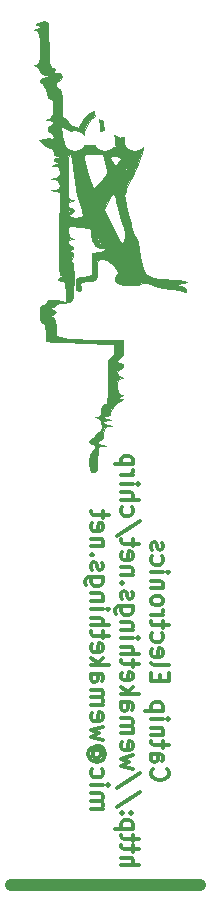
<source format=gbr>
G04 #@! TF.GenerationSoftware,KiCad,Pcbnew,(5.0.0-rc2-160-g7b73557)*
G04 #@! TF.CreationDate,2018-07-03T19:16:21+03:00*
G04 #@! TF.ProjectId,i2c-moist-sensor,6932632D6D6F6973742D73656E736F72,rev?*
G04 #@! TF.SameCoordinates,Original*
G04 #@! TF.FileFunction,Legend,Bot*
G04 #@! TF.FilePolarity,Positive*
%FSLAX46Y46*%
G04 Gerber Fmt 4.6, Leading zero omitted, Abs format (unit mm)*
G04 Created by KiCad (PCBNEW (5.0.0-rc2-160-g7b73557)) date 2018 July 03, Tuesday 19:16:21*
%MOMM*%
%LPD*%
G01*
G04 APERTURE LIST*
%ADD10C,0.300000*%
%ADD11C,1.000000*%
%ADD12C,0.010000*%
%ADD13R,1.727200X1.727200*%
%ADD14C,1.727200*%
G04 APERTURE END LIST*
D10*
X99014285Y-81142857D02*
X98942857Y-81214285D01*
X98871428Y-81428571D01*
X98871428Y-81571428D01*
X98942857Y-81785714D01*
X99085714Y-81928571D01*
X99228571Y-82000000D01*
X99514285Y-82071428D01*
X99728571Y-82071428D01*
X100014285Y-82000000D01*
X100157142Y-81928571D01*
X100300000Y-81785714D01*
X100371428Y-81571428D01*
X100371428Y-81428571D01*
X100300000Y-81214285D01*
X100228571Y-81142857D01*
X98871428Y-79857142D02*
X99657142Y-79857142D01*
X99800000Y-79928571D01*
X99871428Y-80071428D01*
X99871428Y-80357142D01*
X99800000Y-80500000D01*
X98942857Y-79857142D02*
X98871428Y-80000000D01*
X98871428Y-80357142D01*
X98942857Y-80500000D01*
X99085714Y-80571428D01*
X99228571Y-80571428D01*
X99371428Y-80500000D01*
X99442857Y-80357142D01*
X99442857Y-80000000D01*
X99514285Y-79857142D01*
X99871428Y-79357142D02*
X99871428Y-78785714D01*
X100371428Y-79142857D02*
X99085714Y-79142857D01*
X98942857Y-79071428D01*
X98871428Y-78928571D01*
X98871428Y-78785714D01*
X99871428Y-78285714D02*
X98871428Y-78285714D01*
X99728571Y-78285714D02*
X99800000Y-78214285D01*
X99871428Y-78071428D01*
X99871428Y-77857142D01*
X99800000Y-77714285D01*
X99657142Y-77642857D01*
X98871428Y-77642857D01*
X98871428Y-76928571D02*
X99871428Y-76928571D01*
X100371428Y-76928571D02*
X100300000Y-77000000D01*
X100228571Y-76928571D01*
X100300000Y-76857142D01*
X100371428Y-76928571D01*
X100228571Y-76928571D01*
X99871428Y-76214285D02*
X98371428Y-76214285D01*
X99800000Y-76214285D02*
X99871428Y-76071428D01*
X99871428Y-75785714D01*
X99800000Y-75642857D01*
X99728571Y-75571428D01*
X99585714Y-75500000D01*
X99157142Y-75500000D01*
X99014285Y-75571428D01*
X98942857Y-75642857D01*
X98871428Y-75785714D01*
X98871428Y-76071428D01*
X98942857Y-76214285D01*
X99657142Y-73714285D02*
X99657142Y-73214285D01*
X98871428Y-73000000D02*
X98871428Y-73714285D01*
X100371428Y-73714285D01*
X100371428Y-73000000D01*
X98871428Y-72142857D02*
X98942857Y-72285714D01*
X99085714Y-72357142D01*
X100371428Y-72357142D01*
X98942857Y-71000000D02*
X98871428Y-71142857D01*
X98871428Y-71428571D01*
X98942857Y-71571428D01*
X99085714Y-71642857D01*
X99657142Y-71642857D01*
X99800000Y-71571428D01*
X99871428Y-71428571D01*
X99871428Y-71142857D01*
X99800000Y-71000000D01*
X99657142Y-70928571D01*
X99514285Y-70928571D01*
X99371428Y-71642857D01*
X98942857Y-69642857D02*
X98871428Y-69785714D01*
X98871428Y-70071428D01*
X98942857Y-70214285D01*
X99014285Y-70285714D01*
X99157142Y-70357142D01*
X99585714Y-70357142D01*
X99728571Y-70285714D01*
X99800000Y-70214285D01*
X99871428Y-70071428D01*
X99871428Y-69785714D01*
X99800000Y-69642857D01*
X99871428Y-69214285D02*
X99871428Y-68642857D01*
X100371428Y-69000000D02*
X99085714Y-69000000D01*
X98942857Y-68928571D01*
X98871428Y-68785714D01*
X98871428Y-68642857D01*
X98871428Y-68142857D02*
X99871428Y-68142857D01*
X99585714Y-68142857D02*
X99728571Y-68071428D01*
X99800000Y-68000000D01*
X99871428Y-67857142D01*
X99871428Y-67714285D01*
X98871428Y-67000000D02*
X98942857Y-67142857D01*
X99014285Y-67214285D01*
X99157142Y-67285714D01*
X99585714Y-67285714D01*
X99728571Y-67214285D01*
X99800000Y-67142857D01*
X99871428Y-67000000D01*
X99871428Y-66785714D01*
X99800000Y-66642857D01*
X99728571Y-66571428D01*
X99585714Y-66500000D01*
X99157142Y-66500000D01*
X99014285Y-66571428D01*
X98942857Y-66642857D01*
X98871428Y-66785714D01*
X98871428Y-67000000D01*
X99871428Y-65857142D02*
X98871428Y-65857142D01*
X99728571Y-65857142D02*
X99800000Y-65785714D01*
X99871428Y-65642857D01*
X99871428Y-65428571D01*
X99800000Y-65285714D01*
X99657142Y-65214285D01*
X98871428Y-65214285D01*
X98871428Y-64500000D02*
X99871428Y-64500000D01*
X100371428Y-64500000D02*
X100300000Y-64571428D01*
X100228571Y-64500000D01*
X100300000Y-64428571D01*
X100371428Y-64500000D01*
X100228571Y-64500000D01*
X98942857Y-63142857D02*
X98871428Y-63285714D01*
X98871428Y-63571428D01*
X98942857Y-63714285D01*
X99014285Y-63785714D01*
X99157142Y-63857142D01*
X99585714Y-63857142D01*
X99728571Y-63785714D01*
X99800000Y-63714285D01*
X99871428Y-63571428D01*
X99871428Y-63285714D01*
X99800000Y-63142857D01*
X98942857Y-62571428D02*
X98871428Y-62428571D01*
X98871428Y-62142857D01*
X98942857Y-62000000D01*
X99085714Y-61928571D01*
X99157142Y-61928571D01*
X99300000Y-62000000D01*
X99371428Y-62142857D01*
X99371428Y-62357142D01*
X99442857Y-62500000D01*
X99585714Y-62571428D01*
X99657142Y-62571428D01*
X99800000Y-62500000D01*
X99871428Y-62357142D01*
X99871428Y-62142857D01*
X99800000Y-62000000D01*
X96321428Y-89285714D02*
X97821428Y-89285714D01*
X96321428Y-88642857D02*
X97107142Y-88642857D01*
X97250000Y-88714285D01*
X97321428Y-88857142D01*
X97321428Y-89071428D01*
X97250000Y-89214285D01*
X97178571Y-89285714D01*
X97321428Y-88142857D02*
X97321428Y-87571428D01*
X97821428Y-87928571D02*
X96535714Y-87928571D01*
X96392857Y-87857142D01*
X96321428Y-87714285D01*
X96321428Y-87571428D01*
X97321428Y-87285714D02*
X97321428Y-86714285D01*
X97821428Y-87071428D02*
X96535714Y-87071428D01*
X96392857Y-87000000D01*
X96321428Y-86857142D01*
X96321428Y-86714285D01*
X97321428Y-86214285D02*
X95821428Y-86214285D01*
X97250000Y-86214285D02*
X97321428Y-86071428D01*
X97321428Y-85785714D01*
X97250000Y-85642857D01*
X97178571Y-85571428D01*
X97035714Y-85500000D01*
X96607142Y-85500000D01*
X96464285Y-85571428D01*
X96392857Y-85642857D01*
X96321428Y-85785714D01*
X96321428Y-86071428D01*
X96392857Y-86214285D01*
X96464285Y-84857142D02*
X96392857Y-84785714D01*
X96321428Y-84857142D01*
X96392857Y-84928571D01*
X96464285Y-84857142D01*
X96321428Y-84857142D01*
X97250000Y-84857142D02*
X97178571Y-84785714D01*
X97107142Y-84857142D01*
X97178571Y-84928571D01*
X97250000Y-84857142D01*
X97107142Y-84857142D01*
X97892857Y-83071428D02*
X95964285Y-84357142D01*
X97892857Y-81500000D02*
X95964285Y-82785714D01*
X97321428Y-81142857D02*
X96321428Y-80857142D01*
X97035714Y-80571428D01*
X96321428Y-80285714D01*
X97321428Y-80000000D01*
X96392857Y-78857142D02*
X96321428Y-79000000D01*
X96321428Y-79285714D01*
X96392857Y-79428571D01*
X96535714Y-79500000D01*
X97107142Y-79500000D01*
X97250000Y-79428571D01*
X97321428Y-79285714D01*
X97321428Y-79000000D01*
X97250000Y-78857142D01*
X97107142Y-78785714D01*
X96964285Y-78785714D01*
X96821428Y-79500000D01*
X96321428Y-78142857D02*
X97321428Y-78142857D01*
X97178571Y-78142857D02*
X97250000Y-78071428D01*
X97321428Y-77928571D01*
X97321428Y-77714285D01*
X97250000Y-77571428D01*
X97107142Y-77500000D01*
X96321428Y-77500000D01*
X97107142Y-77500000D02*
X97250000Y-77428571D01*
X97321428Y-77285714D01*
X97321428Y-77071428D01*
X97250000Y-76928571D01*
X97107142Y-76857142D01*
X96321428Y-76857142D01*
X96321428Y-75500000D02*
X97107142Y-75500000D01*
X97250000Y-75571428D01*
X97321428Y-75714285D01*
X97321428Y-76000000D01*
X97250000Y-76142857D01*
X96392857Y-75500000D02*
X96321428Y-75642857D01*
X96321428Y-76000000D01*
X96392857Y-76142857D01*
X96535714Y-76214285D01*
X96678571Y-76214285D01*
X96821428Y-76142857D01*
X96892857Y-76000000D01*
X96892857Y-75642857D01*
X96964285Y-75500000D01*
X96321428Y-74785714D02*
X97821428Y-74785714D01*
X96892857Y-74642857D02*
X96321428Y-74214285D01*
X97321428Y-74214285D02*
X96750000Y-74785714D01*
X96392857Y-73000000D02*
X96321428Y-73142857D01*
X96321428Y-73428571D01*
X96392857Y-73571428D01*
X96535714Y-73642857D01*
X97107142Y-73642857D01*
X97250000Y-73571428D01*
X97321428Y-73428571D01*
X97321428Y-73142857D01*
X97250000Y-73000000D01*
X97107142Y-72928571D01*
X96964285Y-72928571D01*
X96821428Y-73642857D01*
X97321428Y-72500000D02*
X97321428Y-71928571D01*
X97821428Y-72285714D02*
X96535714Y-72285714D01*
X96392857Y-72214285D01*
X96321428Y-72071428D01*
X96321428Y-71928571D01*
X96321428Y-71428571D02*
X97821428Y-71428571D01*
X96321428Y-70785714D02*
X97107142Y-70785714D01*
X97250000Y-70857142D01*
X97321428Y-71000000D01*
X97321428Y-71214285D01*
X97250000Y-71357142D01*
X97178571Y-71428571D01*
X96321428Y-70071428D02*
X97321428Y-70071428D01*
X97821428Y-70071428D02*
X97750000Y-70142857D01*
X97678571Y-70071428D01*
X97750000Y-70000000D01*
X97821428Y-70071428D01*
X97678571Y-70071428D01*
X97321428Y-69357142D02*
X96321428Y-69357142D01*
X97178571Y-69357142D02*
X97250000Y-69285714D01*
X97321428Y-69142857D01*
X97321428Y-68928571D01*
X97250000Y-68785714D01*
X97107142Y-68714285D01*
X96321428Y-68714285D01*
X97321428Y-67357142D02*
X96107142Y-67357142D01*
X95964285Y-67428571D01*
X95892857Y-67500000D01*
X95821428Y-67642857D01*
X95821428Y-67857142D01*
X95892857Y-68000000D01*
X96392857Y-67357142D02*
X96321428Y-67500000D01*
X96321428Y-67785714D01*
X96392857Y-67928571D01*
X96464285Y-68000000D01*
X96607142Y-68071428D01*
X97035714Y-68071428D01*
X97178571Y-68000000D01*
X97250000Y-67928571D01*
X97321428Y-67785714D01*
X97321428Y-67500000D01*
X97250000Y-67357142D01*
X96392857Y-66714285D02*
X96321428Y-66571428D01*
X96321428Y-66285714D01*
X96392857Y-66142857D01*
X96535714Y-66071428D01*
X96607142Y-66071428D01*
X96750000Y-66142857D01*
X96821428Y-66285714D01*
X96821428Y-66500000D01*
X96892857Y-66642857D01*
X97035714Y-66714285D01*
X97107142Y-66714285D01*
X97250000Y-66642857D01*
X97321428Y-66500000D01*
X97321428Y-66285714D01*
X97250000Y-66142857D01*
X96464285Y-65428571D02*
X96392857Y-65357142D01*
X96321428Y-65428571D01*
X96392857Y-65500000D01*
X96464285Y-65428571D01*
X96321428Y-65428571D01*
X97321428Y-64714285D02*
X96321428Y-64714285D01*
X97178571Y-64714285D02*
X97250000Y-64642857D01*
X97321428Y-64500000D01*
X97321428Y-64285714D01*
X97250000Y-64142857D01*
X97107142Y-64071428D01*
X96321428Y-64071428D01*
X96392857Y-62785714D02*
X96321428Y-62928571D01*
X96321428Y-63214285D01*
X96392857Y-63357142D01*
X96535714Y-63428571D01*
X97107142Y-63428571D01*
X97250000Y-63357142D01*
X97321428Y-63214285D01*
X97321428Y-62928571D01*
X97250000Y-62785714D01*
X97107142Y-62714285D01*
X96964285Y-62714285D01*
X96821428Y-63428571D01*
X97321428Y-62285714D02*
X97321428Y-61714285D01*
X97821428Y-62071428D02*
X96535714Y-62071428D01*
X96392857Y-62000000D01*
X96321428Y-61857142D01*
X96321428Y-61714285D01*
X97892857Y-60142857D02*
X95964285Y-61428571D01*
X96392857Y-59000000D02*
X96321428Y-59142857D01*
X96321428Y-59428571D01*
X96392857Y-59571428D01*
X96464285Y-59642857D01*
X96607142Y-59714285D01*
X97035714Y-59714285D01*
X97178571Y-59642857D01*
X97250000Y-59571428D01*
X97321428Y-59428571D01*
X97321428Y-59142857D01*
X97250000Y-59000000D01*
X96321428Y-58357142D02*
X97821428Y-58357142D01*
X96321428Y-57714285D02*
X97107142Y-57714285D01*
X97250000Y-57785714D01*
X97321428Y-57928571D01*
X97321428Y-58142857D01*
X97250000Y-58285714D01*
X97178571Y-58357142D01*
X96321428Y-57000000D02*
X97321428Y-57000000D01*
X97821428Y-57000000D02*
X97750000Y-57071428D01*
X97678571Y-57000000D01*
X97750000Y-56928571D01*
X97821428Y-57000000D01*
X97678571Y-57000000D01*
X96321428Y-56285714D02*
X97321428Y-56285714D01*
X97035714Y-56285714D02*
X97178571Y-56214285D01*
X97250000Y-56142857D01*
X97321428Y-56000000D01*
X97321428Y-55857142D01*
X97321428Y-55357142D02*
X95821428Y-55357142D01*
X97250000Y-55357142D02*
X97321428Y-55214285D01*
X97321428Y-54928571D01*
X97250000Y-54785714D01*
X97178571Y-54714285D01*
X97035714Y-54642857D01*
X96607142Y-54642857D01*
X96464285Y-54714285D01*
X96392857Y-54785714D01*
X96321428Y-54928571D01*
X96321428Y-55214285D01*
X96392857Y-55357142D01*
X93771428Y-84500000D02*
X94771428Y-84500000D01*
X94628571Y-84500000D02*
X94700000Y-84428571D01*
X94771428Y-84285714D01*
X94771428Y-84071428D01*
X94700000Y-83928571D01*
X94557142Y-83857142D01*
X93771428Y-83857142D01*
X94557142Y-83857142D02*
X94700000Y-83785714D01*
X94771428Y-83642857D01*
X94771428Y-83428571D01*
X94700000Y-83285714D01*
X94557142Y-83214285D01*
X93771428Y-83214285D01*
X93771428Y-82500000D02*
X94771428Y-82500000D01*
X95271428Y-82500000D02*
X95200000Y-82571428D01*
X95128571Y-82500000D01*
X95200000Y-82428571D01*
X95271428Y-82500000D01*
X95128571Y-82500000D01*
X93842857Y-81142857D02*
X93771428Y-81285714D01*
X93771428Y-81571428D01*
X93842857Y-81714285D01*
X93914285Y-81785714D01*
X94057142Y-81857142D01*
X94485714Y-81857142D01*
X94628571Y-81785714D01*
X94700000Y-81714285D01*
X94771428Y-81571428D01*
X94771428Y-81285714D01*
X94700000Y-81142857D01*
X94485714Y-79571428D02*
X94557142Y-79642857D01*
X94628571Y-79785714D01*
X94628571Y-79928571D01*
X94557142Y-80071428D01*
X94485714Y-80142857D01*
X94342857Y-80214285D01*
X94200000Y-80214285D01*
X94057142Y-80142857D01*
X93985714Y-80071428D01*
X93914285Y-79928571D01*
X93914285Y-79785714D01*
X93985714Y-79642857D01*
X94057142Y-79571428D01*
X94628571Y-79571428D02*
X94057142Y-79571428D01*
X93985714Y-79500000D01*
X93985714Y-79428571D01*
X94057142Y-79285714D01*
X94200000Y-79214285D01*
X94557142Y-79214285D01*
X94771428Y-79357142D01*
X94914285Y-79571428D01*
X94985714Y-79857142D01*
X94914285Y-80142857D01*
X94771428Y-80357142D01*
X94557142Y-80500000D01*
X94271428Y-80571428D01*
X93985714Y-80500000D01*
X93771428Y-80357142D01*
X93628571Y-80142857D01*
X93557142Y-79857142D01*
X93628571Y-79571428D01*
X93771428Y-79357142D01*
X94771428Y-78714285D02*
X93771428Y-78428571D01*
X94485714Y-78142857D01*
X93771428Y-77857142D01*
X94771428Y-77571428D01*
X93842857Y-76428571D02*
X93771428Y-76571428D01*
X93771428Y-76857142D01*
X93842857Y-77000000D01*
X93985714Y-77071428D01*
X94557142Y-77071428D01*
X94700000Y-77000000D01*
X94771428Y-76857142D01*
X94771428Y-76571428D01*
X94700000Y-76428571D01*
X94557142Y-76357142D01*
X94414285Y-76357142D01*
X94271428Y-77071428D01*
X93771428Y-75714285D02*
X94771428Y-75714285D01*
X94628571Y-75714285D02*
X94700000Y-75642857D01*
X94771428Y-75500000D01*
X94771428Y-75285714D01*
X94700000Y-75142857D01*
X94557142Y-75071428D01*
X93771428Y-75071428D01*
X94557142Y-75071428D02*
X94700000Y-75000000D01*
X94771428Y-74857142D01*
X94771428Y-74642857D01*
X94700000Y-74500000D01*
X94557142Y-74428571D01*
X93771428Y-74428571D01*
X93771428Y-73071428D02*
X94557142Y-73071428D01*
X94700000Y-73142857D01*
X94771428Y-73285714D01*
X94771428Y-73571428D01*
X94700000Y-73714285D01*
X93842857Y-73071428D02*
X93771428Y-73214285D01*
X93771428Y-73571428D01*
X93842857Y-73714285D01*
X93985714Y-73785714D01*
X94128571Y-73785714D01*
X94271428Y-73714285D01*
X94342857Y-73571428D01*
X94342857Y-73214285D01*
X94414285Y-73071428D01*
X93771428Y-72357142D02*
X95271428Y-72357142D01*
X94342857Y-72214285D02*
X93771428Y-71785714D01*
X94771428Y-71785714D02*
X94200000Y-72357142D01*
X93842857Y-70571428D02*
X93771428Y-70714285D01*
X93771428Y-71000000D01*
X93842857Y-71142857D01*
X93985714Y-71214285D01*
X94557142Y-71214285D01*
X94700000Y-71142857D01*
X94771428Y-71000000D01*
X94771428Y-70714285D01*
X94700000Y-70571428D01*
X94557142Y-70500000D01*
X94414285Y-70500000D01*
X94271428Y-71214285D01*
X94771428Y-70071428D02*
X94771428Y-69500000D01*
X95271428Y-69857142D02*
X93985714Y-69857142D01*
X93842857Y-69785714D01*
X93771428Y-69642857D01*
X93771428Y-69500000D01*
X93771428Y-69000000D02*
X95271428Y-69000000D01*
X93771428Y-68357142D02*
X94557142Y-68357142D01*
X94700000Y-68428571D01*
X94771428Y-68571428D01*
X94771428Y-68785714D01*
X94700000Y-68928571D01*
X94628571Y-69000000D01*
X93771428Y-67642857D02*
X94771428Y-67642857D01*
X95271428Y-67642857D02*
X95200000Y-67714285D01*
X95128571Y-67642857D01*
X95200000Y-67571428D01*
X95271428Y-67642857D01*
X95128571Y-67642857D01*
X94771428Y-66928571D02*
X93771428Y-66928571D01*
X94628571Y-66928571D02*
X94700000Y-66857142D01*
X94771428Y-66714285D01*
X94771428Y-66500000D01*
X94700000Y-66357142D01*
X94557142Y-66285714D01*
X93771428Y-66285714D01*
X94771428Y-64928571D02*
X93557142Y-64928571D01*
X93414285Y-65000000D01*
X93342857Y-65071428D01*
X93271428Y-65214285D01*
X93271428Y-65428571D01*
X93342857Y-65571428D01*
X93842857Y-64928571D02*
X93771428Y-65071428D01*
X93771428Y-65357142D01*
X93842857Y-65500000D01*
X93914285Y-65571428D01*
X94057142Y-65642857D01*
X94485714Y-65642857D01*
X94628571Y-65571428D01*
X94700000Y-65500000D01*
X94771428Y-65357142D01*
X94771428Y-65071428D01*
X94700000Y-64928571D01*
X93842857Y-64285714D02*
X93771428Y-64142857D01*
X93771428Y-63857142D01*
X93842857Y-63714285D01*
X93985714Y-63642857D01*
X94057142Y-63642857D01*
X94200000Y-63714285D01*
X94271428Y-63857142D01*
X94271428Y-64071428D01*
X94342857Y-64214285D01*
X94485714Y-64285714D01*
X94557142Y-64285714D01*
X94700000Y-64214285D01*
X94771428Y-64071428D01*
X94771428Y-63857142D01*
X94700000Y-63714285D01*
X93914285Y-63000000D02*
X93842857Y-62928571D01*
X93771428Y-63000000D01*
X93842857Y-63071428D01*
X93914285Y-63000000D01*
X93771428Y-63000000D01*
X94771428Y-62285714D02*
X93771428Y-62285714D01*
X94628571Y-62285714D02*
X94700000Y-62214285D01*
X94771428Y-62071428D01*
X94771428Y-61857142D01*
X94700000Y-61714285D01*
X94557142Y-61642857D01*
X93771428Y-61642857D01*
X93842857Y-60357142D02*
X93771428Y-60500000D01*
X93771428Y-60785714D01*
X93842857Y-60928571D01*
X93985714Y-61000000D01*
X94557142Y-61000000D01*
X94700000Y-60928571D01*
X94771428Y-60785714D01*
X94771428Y-60500000D01*
X94700000Y-60357142D01*
X94557142Y-60285714D01*
X94414285Y-60285714D01*
X94271428Y-61000000D01*
X94771428Y-59857142D02*
X94771428Y-59285714D01*
X95271428Y-59642857D02*
X93985714Y-59642857D01*
X93842857Y-59571428D01*
X93771428Y-59428571D01*
X93771428Y-59285714D01*
D11*
X87000000Y-91000000D02*
X103000000Y-91000000D01*
D12*
G04 #@! TO.C,G\002A\002A\002A*
G36*
X89062140Y-18522357D02*
X89150000Y-18516202D01*
X89400108Y-18419847D01*
X89444371Y-18328477D01*
X89304827Y-18177441D01*
X89150000Y-18143093D01*
X89089739Y-18091009D01*
X89307236Y-17983116D01*
X89405195Y-17949722D01*
X89803414Y-17859065D01*
X90048779Y-17870873D01*
X90061532Y-17880296D01*
X90105629Y-18081949D01*
X90143970Y-18547743D01*
X90172099Y-19205396D01*
X90184814Y-19879654D01*
X90196860Y-20705523D01*
X90222576Y-21254005D01*
X90272089Y-21584118D01*
X90355528Y-21754883D01*
X90483019Y-21825316D01*
X90520111Y-21833620D01*
X90726838Y-21909699D01*
X90620263Y-22033299D01*
X90604217Y-22043600D01*
X90521303Y-22151562D01*
X90746351Y-22193197D01*
X90832120Y-22194776D01*
X91182724Y-22261564D01*
X91293737Y-22494874D01*
X91294702Y-22533775D01*
X91189524Y-22807757D01*
X91042385Y-22870199D01*
X90836898Y-23010437D01*
X90790067Y-23206623D01*
X90895245Y-23480605D01*
X91042385Y-23543047D01*
X91175029Y-23608792D01*
X91253106Y-23846503D01*
X91288661Y-24316891D01*
X91294702Y-24814564D01*
X91313435Y-25437775D01*
X91364405Y-25850510D01*
X91439775Y-25993758D01*
X91450804Y-25989604D01*
X91618692Y-26041761D01*
X91706355Y-26206468D01*
X91881159Y-26450209D01*
X92184347Y-26678455D01*
X92503717Y-26828730D01*
X92727064Y-26838565D01*
X92762723Y-26794630D01*
X93076716Y-26190285D01*
X93525347Y-25714962D01*
X93994872Y-25475556D01*
X94425675Y-25444083D01*
X94682115Y-25613978D01*
X94801864Y-26032126D01*
X94824577Y-26508212D01*
X94899255Y-27046786D01*
X95089047Y-27414057D01*
X95349298Y-27544716D01*
X95500000Y-27496027D01*
X95767070Y-27493096D01*
X95920530Y-27580133D01*
X96204395Y-27696230D01*
X96333396Y-27668975D01*
X96586209Y-27675055D01*
X96882829Y-27822706D01*
X97345281Y-28025721D01*
X97724184Y-28084769D01*
X98066339Y-28138152D01*
X98183991Y-28362827D01*
X98191391Y-28521398D01*
X98111543Y-29004214D01*
X97959565Y-29404510D01*
X97719550Y-29896545D01*
X97552605Y-30271524D01*
X97387593Y-30654079D01*
X97143979Y-31203733D01*
X96947768Y-31639562D01*
X96761590Y-32071973D01*
X96761590Y-30439736D01*
X96845696Y-30355630D01*
X96761590Y-30271524D01*
X96677484Y-30355630D01*
X96761590Y-30439736D01*
X96761590Y-32071973D01*
X96714885Y-32180449D01*
X96613158Y-32561888D01*
X96628344Y-32927809D01*
X96746198Y-33422145D01*
X96764641Y-33489893D01*
X96948645Y-34188991D01*
X97129397Y-34914981D01*
X97194713Y-35191722D01*
X97326769Y-35654218D01*
X97458868Y-35942689D01*
X97517284Y-35990729D01*
X97608836Y-36143703D01*
X97722417Y-36547600D01*
X97835493Y-37119886D01*
X97850243Y-37210265D01*
X98020065Y-38165003D01*
X98210811Y-38835953D01*
X98475557Y-39274215D01*
X98867379Y-39530886D01*
X99439351Y-39657063D01*
X100244551Y-39703844D01*
X100444977Y-39708300D01*
X101157862Y-39742332D01*
X101654601Y-39803897D01*
X101911295Y-39879415D01*
X101904048Y-39955308D01*
X101608961Y-40017994D01*
X101050994Y-40052657D01*
X99957616Y-40082651D01*
X100881324Y-40181392D01*
X101448106Y-40268818D01*
X101751611Y-40396745D01*
X101863564Y-40588462D01*
X101863833Y-40797136D01*
X101686762Y-40768095D01*
X101581710Y-40714621D01*
X101199347Y-40598098D01*
X100668456Y-40533233D01*
X100515364Y-40528757D01*
X99895231Y-40451483D01*
X99229828Y-40262975D01*
X99045585Y-40187609D01*
X98492904Y-39984963D01*
X98174946Y-39989801D01*
X98128830Y-40023092D01*
X97845547Y-40133316D01*
X97358707Y-40186128D01*
X97182120Y-40184603D01*
X97182120Y-39691391D01*
X97320577Y-39629845D01*
X97294261Y-39579250D01*
X97094633Y-39559118D01*
X97069978Y-39579250D01*
X97093069Y-39679252D01*
X97182120Y-39691391D01*
X97182120Y-40184603D01*
X96796284Y-40181269D01*
X96478459Y-40142144D01*
X96478459Y-36611172D01*
X96575547Y-36475551D01*
X96587745Y-36451992D01*
X96687765Y-36105480D01*
X96637354Y-35661627D01*
X96539728Y-35317881D01*
X96351541Y-34692966D01*
X96146990Y-33967106D01*
X96058471Y-33635762D01*
X95984669Y-33358406D01*
X95984669Y-31533113D01*
X96331077Y-31136001D01*
X96611671Y-30786346D01*
X96667855Y-30627836D01*
X96612724Y-30607948D01*
X96509272Y-30715905D01*
X96509272Y-28589404D01*
X96647729Y-28527858D01*
X96621413Y-28477263D01*
X96421785Y-28457131D01*
X96397131Y-28477263D01*
X96420221Y-28577265D01*
X96509272Y-28589404D01*
X96509272Y-30715905D01*
X96490627Y-30735362D01*
X96282170Y-31044658D01*
X96266317Y-31070530D01*
X95984669Y-31533113D01*
X95984669Y-33358406D01*
X95911084Y-33081865D01*
X95854435Y-32878597D01*
X95854435Y-30079723D01*
X96019059Y-29924881D01*
X96085130Y-29838714D01*
X96301590Y-29489228D01*
X96247371Y-29314901D01*
X95899094Y-29262806D01*
X95830506Y-29262252D01*
X95486701Y-29284831D01*
X95467186Y-29317013D01*
X95467186Y-28475384D01*
X95707442Y-28459673D01*
X95960274Y-28377753D01*
X95897489Y-28299964D01*
X95743310Y-28236543D01*
X95360810Y-28123170D01*
X95185033Y-28096592D01*
X95043000Y-28141015D01*
X95149165Y-28319721D01*
X95467186Y-28475384D01*
X95467186Y-29317013D01*
X95414051Y-29404641D01*
X95516867Y-29640729D01*
X95716549Y-29995288D01*
X95854435Y-30079723D01*
X95854435Y-32878597D01*
X95788151Y-32640755D01*
X95736003Y-32468694D01*
X95623671Y-32452083D01*
X95417216Y-32721760D01*
X95247873Y-33029962D01*
X94841255Y-33833134D01*
X95618357Y-35331141D01*
X95972692Y-36003783D01*
X96211305Y-36414916D01*
X96368470Y-36604170D01*
X96478459Y-36611172D01*
X96478459Y-40142144D01*
X96286254Y-40118483D01*
X96003789Y-40027361D01*
X95798389Y-39871946D01*
X95805604Y-39656668D01*
X95919486Y-39413727D01*
X96042914Y-39117461D01*
X96005129Y-38886008D01*
X95768141Y-38598784D01*
X95614905Y-38446962D01*
X95126723Y-38072811D01*
X94691960Y-37977205D01*
X94648150Y-37981723D01*
X94346251Y-38071192D01*
X94266300Y-38301962D01*
X94288449Y-38526258D01*
X94305396Y-39048726D01*
X94253982Y-39436920D01*
X94134860Y-39714144D01*
X93892275Y-39834991D01*
X93475048Y-39859603D01*
X93049196Y-39876335D01*
X92879461Y-39966078D01*
X92885814Y-40188158D01*
X92907746Y-40280133D01*
X92935242Y-40600281D01*
X92770191Y-40699988D01*
X92742739Y-40700663D01*
X92544778Y-40590436D01*
X92473581Y-40222714D01*
X92472186Y-40131020D01*
X92496948Y-39770327D01*
X92633251Y-39585422D01*
X92974120Y-39488272D01*
X93187086Y-39454489D01*
X93901987Y-39347599D01*
X93901987Y-37420530D01*
X94448676Y-37367820D01*
X94841710Y-37276734D01*
X94987136Y-37143751D01*
X94862296Y-37031969D01*
X94580753Y-37000000D01*
X94574835Y-36997943D01*
X94574835Y-36663577D01*
X94658941Y-36579471D01*
X94574835Y-36495365D01*
X94490729Y-36579471D01*
X94574835Y-36663577D01*
X94574835Y-36997943D01*
X94406623Y-36939469D01*
X94406623Y-36327153D01*
X94490729Y-36243047D01*
X94406623Y-36158941D01*
X94322517Y-36243047D01*
X94406623Y-36327153D01*
X94406623Y-36939469D01*
X94157417Y-36852839D01*
X93991954Y-36584231D01*
X93991954Y-31953643D01*
X94162306Y-31838254D01*
X94453467Y-31556678D01*
X94776548Y-31205805D01*
X95042661Y-30882521D01*
X95162916Y-30683715D01*
X95163577Y-30676582D01*
X95125913Y-30474424D01*
X95030701Y-30064910D01*
X94975395Y-29841376D01*
X94787214Y-29094040D01*
X93946514Y-29094040D01*
X93452137Y-29105754D01*
X93218710Y-29166447D01*
X93170930Y-29314452D01*
X93202954Y-29472517D01*
X93478524Y-30519052D01*
X93691054Y-31261705D01*
X93848482Y-31725443D01*
X93958750Y-31935233D01*
X93991954Y-31953643D01*
X93991954Y-36584231D01*
X93897191Y-36430395D01*
X93817881Y-35833576D01*
X93771630Y-35464253D01*
X93585714Y-35327478D01*
X93439404Y-35316030D01*
X93016071Y-35287127D01*
X92497011Y-35220362D01*
X92497011Y-34475321D01*
X92866598Y-34446838D01*
X93020266Y-34377306D01*
X93075371Y-34208997D01*
X93019292Y-33877146D01*
X93005879Y-33835759D01*
X93005879Y-28357755D01*
X93706251Y-28328165D01*
X94162641Y-28304707D01*
X94456540Y-28281846D01*
X94496228Y-28275777D01*
X94524005Y-28114997D01*
X94531839Y-27720119D01*
X94523150Y-27192659D01*
X94501354Y-26634131D01*
X94469870Y-26146049D01*
X94432114Y-25829928D01*
X94411793Y-25767895D01*
X94244257Y-25779285D01*
X94097679Y-25826639D01*
X93758808Y-26098896D01*
X93432615Y-26591473D01*
X93180714Y-27191845D01*
X93071181Y-27701345D01*
X93005879Y-28357755D01*
X93005879Y-33835759D01*
X92839363Y-33321949D01*
X92738518Y-33047020D01*
X92575227Y-32515056D01*
X92485894Y-32040055D01*
X92480681Y-31953643D01*
X92448366Y-31467655D01*
X92373547Y-30860018D01*
X92271677Y-30217023D01*
X92158210Y-29624959D01*
X92048599Y-29170120D01*
X91958298Y-28938794D01*
X91938446Y-28925828D01*
X91884745Y-29083187D01*
X91840675Y-29511931D01*
X91810715Y-30147061D01*
X91799345Y-30923578D01*
X91799338Y-30944371D01*
X91804006Y-31802544D01*
X91823330Y-32379620D01*
X91865293Y-32730860D01*
X91937876Y-32911523D01*
X92049061Y-32976870D01*
X92093709Y-32982427D01*
X92301021Y-33005923D01*
X92181569Y-33055576D01*
X92093709Y-33078867D01*
X91857498Y-33244023D01*
X91812637Y-33473590D01*
X91969808Y-33626122D01*
X92051656Y-33635762D01*
X92274666Y-33770410D01*
X92303974Y-33888080D01*
X92168549Y-34108723D01*
X92041729Y-34140398D01*
X91883444Y-34214534D01*
X91883444Y-33972186D01*
X91967550Y-33888080D01*
X91883444Y-33803974D01*
X91799338Y-33888080D01*
X91883444Y-33972186D01*
X91883444Y-34214534D01*
X91867620Y-34221946D01*
X91883444Y-34308610D01*
X92111357Y-34425744D01*
X92497011Y-34475321D01*
X92497011Y-35220362D01*
X92486796Y-35219048D01*
X92430133Y-35209915D01*
X92019653Y-35159094D01*
X91842193Y-35233902D01*
X91800141Y-35497787D01*
X91799338Y-35619962D01*
X91887744Y-36055977D01*
X92093709Y-36211200D01*
X92301021Y-36275130D01*
X92181569Y-36301485D01*
X92093709Y-36307640D01*
X91861249Y-36428928D01*
X91808528Y-36648828D01*
X91947795Y-36814684D01*
X92051656Y-36831789D01*
X92278266Y-36914989D01*
X92251446Y-37085949D01*
X92009603Y-37220472D01*
X91802291Y-37284402D01*
X91921743Y-37310757D01*
X92009603Y-37316912D01*
X92244062Y-37454676D01*
X92294750Y-37725644D01*
X92161666Y-37981221D01*
X92009603Y-38061531D01*
X91802291Y-38125461D01*
X91921743Y-38151816D01*
X92009603Y-38157971D01*
X92145358Y-38203407D01*
X92232051Y-38358354D01*
X92280277Y-38683345D01*
X92300629Y-39238913D01*
X92303974Y-39839984D01*
X92294942Y-40650969D01*
X92244124Y-41184119D01*
X92115935Y-41497966D01*
X91874792Y-41651043D01*
X91485110Y-41701880D01*
X91168543Y-41707637D01*
X90873077Y-41772822D01*
X90790067Y-41878146D01*
X90650699Y-42026576D01*
X90495696Y-42058181D01*
X90297875Y-42080479D01*
X90410907Y-42151815D01*
X90508143Y-42190907D01*
X90762434Y-42359682D01*
X90814962Y-42466888D01*
X90679297Y-42648875D01*
X90508143Y-42742868D01*
X90299219Y-42838967D01*
X90402552Y-42871046D01*
X90495696Y-42875595D01*
X90677485Y-42947275D01*
X90766341Y-43195537D01*
X90790064Y-43698835D01*
X90790067Y-43706329D01*
X90790067Y-44525240D01*
X91504967Y-44668214D01*
X91952887Y-44723882D01*
X92642824Y-44769546D01*
X93480411Y-44800465D01*
X94364570Y-44811896D01*
X96509272Y-44812604D01*
X96509272Y-45537409D01*
X96450222Y-46096264D01*
X96270231Y-46353452D01*
X96256954Y-46359038D01*
X96034362Y-46524150D01*
X96004636Y-46606077D01*
X96141145Y-46739427D01*
X96256954Y-46756292D01*
X96479964Y-46890940D01*
X96509272Y-47008610D01*
X96374624Y-47231620D01*
X96256954Y-47260928D01*
X96052610Y-47379770D01*
X96016574Y-47639170D01*
X96140398Y-47893441D01*
X96299007Y-47986034D01*
X96506319Y-48049964D01*
X96386867Y-48076319D01*
X96299007Y-48082474D01*
X96100800Y-48177118D01*
X96015557Y-48478477D01*
X96004636Y-48774835D01*
X96039203Y-49227519D01*
X96165534Y-49427736D01*
X96299007Y-49459505D01*
X96479045Y-49486868D01*
X96357560Y-49571392D01*
X96256954Y-49615895D01*
X96016558Y-49729363D01*
X96085256Y-49771009D01*
X96256954Y-49785564D01*
X96446278Y-49835221D01*
X96373026Y-49898872D01*
X96026925Y-50110655D01*
X95694199Y-50422343D01*
X95461351Y-50737478D01*
X95414885Y-50959602D01*
X95417562Y-50964288D01*
X95374510Y-51145858D01*
X95138448Y-51257784D01*
X94743047Y-51363122D01*
X95163577Y-51482012D01*
X95445452Y-51569508D01*
X95413115Y-51604976D01*
X95205630Y-51617670D01*
X94909835Y-51689927D01*
X94827153Y-51790950D01*
X94969684Y-51940555D01*
X95205630Y-52020361D01*
X95584106Y-52093258D01*
X95205630Y-52116166D01*
X94946332Y-52189013D01*
X94841476Y-52430274D01*
X94827153Y-52727815D01*
X94772438Y-53163258D01*
X94597815Y-53315493D01*
X94574835Y-53316557D01*
X94344707Y-53388946D01*
X94369948Y-53542762D01*
X94619495Y-53682976D01*
X94700994Y-53702480D01*
X95079471Y-53775378D01*
X94700994Y-53798285D01*
X94496871Y-53837342D01*
X94383197Y-53974714D01*
X94333812Y-54287559D01*
X94322554Y-54853036D01*
X94322517Y-54914570D01*
X94312032Y-55506289D01*
X94265327Y-55836186D01*
X94159529Y-55978600D01*
X93986093Y-56007947D01*
X93782597Y-55962652D01*
X93682162Y-55771233D01*
X93650739Y-55350385D01*
X93649669Y-55184885D01*
X93692634Y-54605598D01*
X93829368Y-54309709D01*
X93901987Y-54264998D01*
X94112090Y-54069940D01*
X94134096Y-53818313D01*
X93968005Y-53660295D01*
X93901987Y-53652981D01*
X93678977Y-53518333D01*
X93649669Y-53400663D01*
X93784317Y-53177653D01*
X93901987Y-53148345D01*
X94124997Y-53013697D01*
X94154305Y-52896027D01*
X94288953Y-52673017D01*
X94406623Y-52643709D01*
X94596223Y-52507767D01*
X94672628Y-52186546D01*
X94640280Y-51809951D01*
X94503621Y-51507891D01*
X94364570Y-51413966D01*
X94157258Y-51350036D01*
X94276710Y-51323682D01*
X94364570Y-51317527D01*
X94589617Y-51187570D01*
X94658925Y-50801809D01*
X94658941Y-50793378D01*
X94734167Y-50392745D01*
X94911259Y-50288742D01*
X95025081Y-50271546D01*
X95103906Y-50185908D01*
X95153448Y-49980758D01*
X95179422Y-49605023D01*
X95187544Y-49007630D01*
X95183530Y-48137508D01*
X95181334Y-47875341D01*
X95182866Y-47154023D01*
X95211180Y-46701548D01*
X95278991Y-46450627D01*
X95399015Y-46333973D01*
X95477867Y-46306183D01*
X95707747Y-46131184D01*
X95767360Y-45726990D01*
X95766213Y-45691770D01*
X95745112Y-45158279D01*
X92889112Y-45055856D01*
X91947770Y-45020855D01*
X91132107Y-44988164D01*
X90497808Y-44960205D01*
X90100555Y-44939404D01*
X89991060Y-44929697D01*
X89965895Y-44763992D01*
X89950871Y-44372522D01*
X89949007Y-44149007D01*
X89915986Y-43650089D01*
X89803707Y-43422832D01*
X89696689Y-43392053D01*
X89530383Y-43292991D01*
X89454631Y-42956154D01*
X89444371Y-42635100D01*
X89482539Y-42121329D01*
X89605268Y-41896271D01*
X89678692Y-41878146D01*
X89936025Y-41742034D01*
X90013864Y-41615334D01*
X90149742Y-41457571D01*
X90446226Y-41419269D01*
X90872920Y-41466221D01*
X91631126Y-41579921D01*
X91631126Y-40719762D01*
X91614206Y-40208332D01*
X91594330Y-40137302D01*
X91594330Y-28213624D01*
X91759400Y-28156140D01*
X91762542Y-28058486D01*
X91861878Y-27866658D01*
X92051656Y-27808279D01*
X92446625Y-27771074D01*
X92608550Y-27711698D01*
X92640375Y-27590856D01*
X92640398Y-27583552D01*
X92503540Y-27415063D01*
X92157617Y-27179727D01*
X91957460Y-27070349D01*
X91274522Y-26721940D01*
X91326665Y-27432334D01*
X91405370Y-27886934D01*
X91540139Y-28174772D01*
X91594330Y-28213624D01*
X91594330Y-40137302D01*
X91542069Y-39950538D01*
X91382645Y-39864391D01*
X91294702Y-39859603D01*
X91006554Y-39788181D01*
X90996626Y-39635213D01*
X91254898Y-39492644D01*
X91336755Y-39473680D01*
X91580392Y-39417022D01*
X91502458Y-39387846D01*
X91378808Y-39378037D01*
X91266939Y-39358200D01*
X91183898Y-39287470D01*
X91126218Y-39123168D01*
X91090430Y-38822616D01*
X91073065Y-38343136D01*
X91070655Y-37642050D01*
X91079730Y-36676680D01*
X91090861Y-35835220D01*
X91139337Y-32315149D01*
X90754437Y-32241409D01*
X90369537Y-32167670D01*
X90748014Y-32144762D01*
X91045764Y-32033844D01*
X91126490Y-31713024D01*
X91019239Y-31360900D01*
X90748014Y-31231296D01*
X90369537Y-31158398D01*
X90748014Y-31135491D01*
X91023278Y-31048474D01*
X91121062Y-30768406D01*
X91126490Y-30607948D01*
X91074978Y-30239543D01*
X90872895Y-30099841D01*
X90748014Y-30086544D01*
X90497937Y-30066408D01*
X90550766Y-30015326D01*
X90790067Y-29935100D01*
X91029343Y-29832691D01*
X90936679Y-29785030D01*
X90916226Y-29783655D01*
X90666118Y-29695483D01*
X90621855Y-29611010D01*
X90760416Y-29442708D01*
X90916226Y-29378205D01*
X91123538Y-29314275D01*
X91004086Y-29287920D01*
X90916226Y-29281765D01*
X90668713Y-29123727D01*
X90621855Y-28925828D01*
X90513470Y-28649220D01*
X90362503Y-28589404D01*
X90055694Y-28481483D01*
X89746894Y-28257499D01*
X89390635Y-27925594D01*
X89795980Y-27772236D01*
X90233024Y-27711854D01*
X90411590Y-27788314D01*
X90584510Y-27847452D01*
X90621855Y-27679556D01*
X90489152Y-27383905D01*
X90369537Y-27304539D01*
X90146159Y-27102786D01*
X90117219Y-26991391D01*
X90252561Y-26747943D01*
X90369537Y-26678243D01*
X90603486Y-26494116D01*
X90544252Y-26307146D01*
X90243378Y-26217670D01*
X89983283Y-26196500D01*
X90048092Y-26144308D01*
X90207108Y-26091511D01*
X90426637Y-25951545D01*
X90538247Y-25652449D01*
X90577383Y-25183113D01*
X90566967Y-24670423D01*
X90477751Y-24427052D01*
X90361335Y-24384106D01*
X90134773Y-24312978D01*
X90104719Y-24257948D01*
X89974995Y-23588150D01*
X89753196Y-23203839D01*
X89691942Y-23160242D01*
X89465703Y-22954611D01*
X89564322Y-22763103D01*
X89991060Y-22575281D01*
X90537749Y-22399908D01*
X89991060Y-22382736D01*
X89598180Y-22321264D01*
X89452258Y-22136992D01*
X89444371Y-22041474D01*
X89312386Y-21737030D01*
X89150000Y-21640457D01*
X88942688Y-21576527D01*
X89062140Y-21550172D01*
X89150000Y-21544017D01*
X89295092Y-21493488D01*
X89383521Y-21322108D01*
X89428615Y-20964815D01*
X89443703Y-20356549D01*
X89444371Y-20107036D01*
X89434777Y-19400653D01*
X89397129Y-18962875D01*
X89318133Y-18726211D01*
X89184495Y-18623166D01*
X89150000Y-18612642D01*
X88942688Y-18548712D01*
X89062140Y-18522357D01*
X89062140Y-18522357D01*
G37*
X89062140Y-18522357D02*
X89150000Y-18516202D01*
X89400108Y-18419847D01*
X89444371Y-18328477D01*
X89304827Y-18177441D01*
X89150000Y-18143093D01*
X89089739Y-18091009D01*
X89307236Y-17983116D01*
X89405195Y-17949722D01*
X89803414Y-17859065D01*
X90048779Y-17870873D01*
X90061532Y-17880296D01*
X90105629Y-18081949D01*
X90143970Y-18547743D01*
X90172099Y-19205396D01*
X90184814Y-19879654D01*
X90196860Y-20705523D01*
X90222576Y-21254005D01*
X90272089Y-21584118D01*
X90355528Y-21754883D01*
X90483019Y-21825316D01*
X90520111Y-21833620D01*
X90726838Y-21909699D01*
X90620263Y-22033299D01*
X90604217Y-22043600D01*
X90521303Y-22151562D01*
X90746351Y-22193197D01*
X90832120Y-22194776D01*
X91182724Y-22261564D01*
X91293737Y-22494874D01*
X91294702Y-22533775D01*
X91189524Y-22807757D01*
X91042385Y-22870199D01*
X90836898Y-23010437D01*
X90790067Y-23206623D01*
X90895245Y-23480605D01*
X91042385Y-23543047D01*
X91175029Y-23608792D01*
X91253106Y-23846503D01*
X91288661Y-24316891D01*
X91294702Y-24814564D01*
X91313435Y-25437775D01*
X91364405Y-25850510D01*
X91439775Y-25993758D01*
X91450804Y-25989604D01*
X91618692Y-26041761D01*
X91706355Y-26206468D01*
X91881159Y-26450209D01*
X92184347Y-26678455D01*
X92503717Y-26828730D01*
X92727064Y-26838565D01*
X92762723Y-26794630D01*
X93076716Y-26190285D01*
X93525347Y-25714962D01*
X93994872Y-25475556D01*
X94425675Y-25444083D01*
X94682115Y-25613978D01*
X94801864Y-26032126D01*
X94824577Y-26508212D01*
X94899255Y-27046786D01*
X95089047Y-27414057D01*
X95349298Y-27544716D01*
X95500000Y-27496027D01*
X95767070Y-27493096D01*
X95920530Y-27580133D01*
X96204395Y-27696230D01*
X96333396Y-27668975D01*
X96586209Y-27675055D01*
X96882829Y-27822706D01*
X97345281Y-28025721D01*
X97724184Y-28084769D01*
X98066339Y-28138152D01*
X98183991Y-28362827D01*
X98191391Y-28521398D01*
X98111543Y-29004214D01*
X97959565Y-29404510D01*
X97719550Y-29896545D01*
X97552605Y-30271524D01*
X97387593Y-30654079D01*
X97143979Y-31203733D01*
X96947768Y-31639562D01*
X96761590Y-32071973D01*
X96761590Y-30439736D01*
X96845696Y-30355630D01*
X96761590Y-30271524D01*
X96677484Y-30355630D01*
X96761590Y-30439736D01*
X96761590Y-32071973D01*
X96714885Y-32180449D01*
X96613158Y-32561888D01*
X96628344Y-32927809D01*
X96746198Y-33422145D01*
X96764641Y-33489893D01*
X96948645Y-34188991D01*
X97129397Y-34914981D01*
X97194713Y-35191722D01*
X97326769Y-35654218D01*
X97458868Y-35942689D01*
X97517284Y-35990729D01*
X97608836Y-36143703D01*
X97722417Y-36547600D01*
X97835493Y-37119886D01*
X97850243Y-37210265D01*
X98020065Y-38165003D01*
X98210811Y-38835953D01*
X98475557Y-39274215D01*
X98867379Y-39530886D01*
X99439351Y-39657063D01*
X100244551Y-39703844D01*
X100444977Y-39708300D01*
X101157862Y-39742332D01*
X101654601Y-39803897D01*
X101911295Y-39879415D01*
X101904048Y-39955308D01*
X101608961Y-40017994D01*
X101050994Y-40052657D01*
X99957616Y-40082651D01*
X100881324Y-40181392D01*
X101448106Y-40268818D01*
X101751611Y-40396745D01*
X101863564Y-40588462D01*
X101863833Y-40797136D01*
X101686762Y-40768095D01*
X101581710Y-40714621D01*
X101199347Y-40598098D01*
X100668456Y-40533233D01*
X100515364Y-40528757D01*
X99895231Y-40451483D01*
X99229828Y-40262975D01*
X99045585Y-40187609D01*
X98492904Y-39984963D01*
X98174946Y-39989801D01*
X98128830Y-40023092D01*
X97845547Y-40133316D01*
X97358707Y-40186128D01*
X97182120Y-40184603D01*
X97182120Y-39691391D01*
X97320577Y-39629845D01*
X97294261Y-39579250D01*
X97094633Y-39559118D01*
X97069978Y-39579250D01*
X97093069Y-39679252D01*
X97182120Y-39691391D01*
X97182120Y-40184603D01*
X96796284Y-40181269D01*
X96478459Y-40142144D01*
X96478459Y-36611172D01*
X96575547Y-36475551D01*
X96587745Y-36451992D01*
X96687765Y-36105480D01*
X96637354Y-35661627D01*
X96539728Y-35317881D01*
X96351541Y-34692966D01*
X96146990Y-33967106D01*
X96058471Y-33635762D01*
X95984669Y-33358406D01*
X95984669Y-31533113D01*
X96331077Y-31136001D01*
X96611671Y-30786346D01*
X96667855Y-30627836D01*
X96612724Y-30607948D01*
X96509272Y-30715905D01*
X96509272Y-28589404D01*
X96647729Y-28527858D01*
X96621413Y-28477263D01*
X96421785Y-28457131D01*
X96397131Y-28477263D01*
X96420221Y-28577265D01*
X96509272Y-28589404D01*
X96509272Y-30715905D01*
X96490627Y-30735362D01*
X96282170Y-31044658D01*
X96266317Y-31070530D01*
X95984669Y-31533113D01*
X95984669Y-33358406D01*
X95911084Y-33081865D01*
X95854435Y-32878597D01*
X95854435Y-30079723D01*
X96019059Y-29924881D01*
X96085130Y-29838714D01*
X96301590Y-29489228D01*
X96247371Y-29314901D01*
X95899094Y-29262806D01*
X95830506Y-29262252D01*
X95486701Y-29284831D01*
X95467186Y-29317013D01*
X95467186Y-28475384D01*
X95707442Y-28459673D01*
X95960274Y-28377753D01*
X95897489Y-28299964D01*
X95743310Y-28236543D01*
X95360810Y-28123170D01*
X95185033Y-28096592D01*
X95043000Y-28141015D01*
X95149165Y-28319721D01*
X95467186Y-28475384D01*
X95467186Y-29317013D01*
X95414051Y-29404641D01*
X95516867Y-29640729D01*
X95716549Y-29995288D01*
X95854435Y-30079723D01*
X95854435Y-32878597D01*
X95788151Y-32640755D01*
X95736003Y-32468694D01*
X95623671Y-32452083D01*
X95417216Y-32721760D01*
X95247873Y-33029962D01*
X94841255Y-33833134D01*
X95618357Y-35331141D01*
X95972692Y-36003783D01*
X96211305Y-36414916D01*
X96368470Y-36604170D01*
X96478459Y-36611172D01*
X96478459Y-40142144D01*
X96286254Y-40118483D01*
X96003789Y-40027361D01*
X95798389Y-39871946D01*
X95805604Y-39656668D01*
X95919486Y-39413727D01*
X96042914Y-39117461D01*
X96005129Y-38886008D01*
X95768141Y-38598784D01*
X95614905Y-38446962D01*
X95126723Y-38072811D01*
X94691960Y-37977205D01*
X94648150Y-37981723D01*
X94346251Y-38071192D01*
X94266300Y-38301962D01*
X94288449Y-38526258D01*
X94305396Y-39048726D01*
X94253982Y-39436920D01*
X94134860Y-39714144D01*
X93892275Y-39834991D01*
X93475048Y-39859603D01*
X93049196Y-39876335D01*
X92879461Y-39966078D01*
X92885814Y-40188158D01*
X92907746Y-40280133D01*
X92935242Y-40600281D01*
X92770191Y-40699988D01*
X92742739Y-40700663D01*
X92544778Y-40590436D01*
X92473581Y-40222714D01*
X92472186Y-40131020D01*
X92496948Y-39770327D01*
X92633251Y-39585422D01*
X92974120Y-39488272D01*
X93187086Y-39454489D01*
X93901987Y-39347599D01*
X93901987Y-37420530D01*
X94448676Y-37367820D01*
X94841710Y-37276734D01*
X94987136Y-37143751D01*
X94862296Y-37031969D01*
X94580753Y-37000000D01*
X94574835Y-36997943D01*
X94574835Y-36663577D01*
X94658941Y-36579471D01*
X94574835Y-36495365D01*
X94490729Y-36579471D01*
X94574835Y-36663577D01*
X94574835Y-36997943D01*
X94406623Y-36939469D01*
X94406623Y-36327153D01*
X94490729Y-36243047D01*
X94406623Y-36158941D01*
X94322517Y-36243047D01*
X94406623Y-36327153D01*
X94406623Y-36939469D01*
X94157417Y-36852839D01*
X93991954Y-36584231D01*
X93991954Y-31953643D01*
X94162306Y-31838254D01*
X94453467Y-31556678D01*
X94776548Y-31205805D01*
X95042661Y-30882521D01*
X95162916Y-30683715D01*
X95163577Y-30676582D01*
X95125913Y-30474424D01*
X95030701Y-30064910D01*
X94975395Y-29841376D01*
X94787214Y-29094040D01*
X93946514Y-29094040D01*
X93452137Y-29105754D01*
X93218710Y-29166447D01*
X93170930Y-29314452D01*
X93202954Y-29472517D01*
X93478524Y-30519052D01*
X93691054Y-31261705D01*
X93848482Y-31725443D01*
X93958750Y-31935233D01*
X93991954Y-31953643D01*
X93991954Y-36584231D01*
X93897191Y-36430395D01*
X93817881Y-35833576D01*
X93771630Y-35464253D01*
X93585714Y-35327478D01*
X93439404Y-35316030D01*
X93016071Y-35287127D01*
X92497011Y-35220362D01*
X92497011Y-34475321D01*
X92866598Y-34446838D01*
X93020266Y-34377306D01*
X93075371Y-34208997D01*
X93019292Y-33877146D01*
X93005879Y-33835759D01*
X93005879Y-28357755D01*
X93706251Y-28328165D01*
X94162641Y-28304707D01*
X94456540Y-28281846D01*
X94496228Y-28275777D01*
X94524005Y-28114997D01*
X94531839Y-27720119D01*
X94523150Y-27192659D01*
X94501354Y-26634131D01*
X94469870Y-26146049D01*
X94432114Y-25829928D01*
X94411793Y-25767895D01*
X94244257Y-25779285D01*
X94097679Y-25826639D01*
X93758808Y-26098896D01*
X93432615Y-26591473D01*
X93180714Y-27191845D01*
X93071181Y-27701345D01*
X93005879Y-28357755D01*
X93005879Y-33835759D01*
X92839363Y-33321949D01*
X92738518Y-33047020D01*
X92575227Y-32515056D01*
X92485894Y-32040055D01*
X92480681Y-31953643D01*
X92448366Y-31467655D01*
X92373547Y-30860018D01*
X92271677Y-30217023D01*
X92158210Y-29624959D01*
X92048599Y-29170120D01*
X91958298Y-28938794D01*
X91938446Y-28925828D01*
X91884745Y-29083187D01*
X91840675Y-29511931D01*
X91810715Y-30147061D01*
X91799345Y-30923578D01*
X91799338Y-30944371D01*
X91804006Y-31802544D01*
X91823330Y-32379620D01*
X91865293Y-32730860D01*
X91937876Y-32911523D01*
X92049061Y-32976870D01*
X92093709Y-32982427D01*
X92301021Y-33005923D01*
X92181569Y-33055576D01*
X92093709Y-33078867D01*
X91857498Y-33244023D01*
X91812637Y-33473590D01*
X91969808Y-33626122D01*
X92051656Y-33635762D01*
X92274666Y-33770410D01*
X92303974Y-33888080D01*
X92168549Y-34108723D01*
X92041729Y-34140398D01*
X91883444Y-34214534D01*
X91883444Y-33972186D01*
X91967550Y-33888080D01*
X91883444Y-33803974D01*
X91799338Y-33888080D01*
X91883444Y-33972186D01*
X91883444Y-34214534D01*
X91867620Y-34221946D01*
X91883444Y-34308610D01*
X92111357Y-34425744D01*
X92497011Y-34475321D01*
X92497011Y-35220362D01*
X92486796Y-35219048D01*
X92430133Y-35209915D01*
X92019653Y-35159094D01*
X91842193Y-35233902D01*
X91800141Y-35497787D01*
X91799338Y-35619962D01*
X91887744Y-36055977D01*
X92093709Y-36211200D01*
X92301021Y-36275130D01*
X92181569Y-36301485D01*
X92093709Y-36307640D01*
X91861249Y-36428928D01*
X91808528Y-36648828D01*
X91947795Y-36814684D01*
X92051656Y-36831789D01*
X92278266Y-36914989D01*
X92251446Y-37085949D01*
X92009603Y-37220472D01*
X91802291Y-37284402D01*
X91921743Y-37310757D01*
X92009603Y-37316912D01*
X92244062Y-37454676D01*
X92294750Y-37725644D01*
X92161666Y-37981221D01*
X92009603Y-38061531D01*
X91802291Y-38125461D01*
X91921743Y-38151816D01*
X92009603Y-38157971D01*
X92145358Y-38203407D01*
X92232051Y-38358354D01*
X92280277Y-38683345D01*
X92300629Y-39238913D01*
X92303974Y-39839984D01*
X92294942Y-40650969D01*
X92244124Y-41184119D01*
X92115935Y-41497966D01*
X91874792Y-41651043D01*
X91485110Y-41701880D01*
X91168543Y-41707637D01*
X90873077Y-41772822D01*
X90790067Y-41878146D01*
X90650699Y-42026576D01*
X90495696Y-42058181D01*
X90297875Y-42080479D01*
X90410907Y-42151815D01*
X90508143Y-42190907D01*
X90762434Y-42359682D01*
X90814962Y-42466888D01*
X90679297Y-42648875D01*
X90508143Y-42742868D01*
X90299219Y-42838967D01*
X90402552Y-42871046D01*
X90495696Y-42875595D01*
X90677485Y-42947275D01*
X90766341Y-43195537D01*
X90790064Y-43698835D01*
X90790067Y-43706329D01*
X90790067Y-44525240D01*
X91504967Y-44668214D01*
X91952887Y-44723882D01*
X92642824Y-44769546D01*
X93480411Y-44800465D01*
X94364570Y-44811896D01*
X96509272Y-44812604D01*
X96509272Y-45537409D01*
X96450222Y-46096264D01*
X96270231Y-46353452D01*
X96256954Y-46359038D01*
X96034362Y-46524150D01*
X96004636Y-46606077D01*
X96141145Y-46739427D01*
X96256954Y-46756292D01*
X96479964Y-46890940D01*
X96509272Y-47008610D01*
X96374624Y-47231620D01*
X96256954Y-47260928D01*
X96052610Y-47379770D01*
X96016574Y-47639170D01*
X96140398Y-47893441D01*
X96299007Y-47986034D01*
X96506319Y-48049964D01*
X96386867Y-48076319D01*
X96299007Y-48082474D01*
X96100800Y-48177118D01*
X96015557Y-48478477D01*
X96004636Y-48774835D01*
X96039203Y-49227519D01*
X96165534Y-49427736D01*
X96299007Y-49459505D01*
X96479045Y-49486868D01*
X96357560Y-49571392D01*
X96256954Y-49615895D01*
X96016558Y-49729363D01*
X96085256Y-49771009D01*
X96256954Y-49785564D01*
X96446278Y-49835221D01*
X96373026Y-49898872D01*
X96026925Y-50110655D01*
X95694199Y-50422343D01*
X95461351Y-50737478D01*
X95414885Y-50959602D01*
X95417562Y-50964288D01*
X95374510Y-51145858D01*
X95138448Y-51257784D01*
X94743047Y-51363122D01*
X95163577Y-51482012D01*
X95445452Y-51569508D01*
X95413115Y-51604976D01*
X95205630Y-51617670D01*
X94909835Y-51689927D01*
X94827153Y-51790950D01*
X94969684Y-51940555D01*
X95205630Y-52020361D01*
X95584106Y-52093258D01*
X95205630Y-52116166D01*
X94946332Y-52189013D01*
X94841476Y-52430274D01*
X94827153Y-52727815D01*
X94772438Y-53163258D01*
X94597815Y-53315493D01*
X94574835Y-53316557D01*
X94344707Y-53388946D01*
X94369948Y-53542762D01*
X94619495Y-53682976D01*
X94700994Y-53702480D01*
X95079471Y-53775378D01*
X94700994Y-53798285D01*
X94496871Y-53837342D01*
X94383197Y-53974714D01*
X94333812Y-54287559D01*
X94322554Y-54853036D01*
X94322517Y-54914570D01*
X94312032Y-55506289D01*
X94265327Y-55836186D01*
X94159529Y-55978600D01*
X93986093Y-56007947D01*
X93782597Y-55962652D01*
X93682162Y-55771233D01*
X93650739Y-55350385D01*
X93649669Y-55184885D01*
X93692634Y-54605598D01*
X93829368Y-54309709D01*
X93901987Y-54264998D01*
X94112090Y-54069940D01*
X94134096Y-53818313D01*
X93968005Y-53660295D01*
X93901987Y-53652981D01*
X93678977Y-53518333D01*
X93649669Y-53400663D01*
X93784317Y-53177653D01*
X93901987Y-53148345D01*
X94124997Y-53013697D01*
X94154305Y-52896027D01*
X94288953Y-52673017D01*
X94406623Y-52643709D01*
X94596223Y-52507767D01*
X94672628Y-52186546D01*
X94640280Y-51809951D01*
X94503621Y-51507891D01*
X94364570Y-51413966D01*
X94157258Y-51350036D01*
X94276710Y-51323682D01*
X94364570Y-51317527D01*
X94589617Y-51187570D01*
X94658925Y-50801809D01*
X94658941Y-50793378D01*
X94734167Y-50392745D01*
X94911259Y-50288742D01*
X95025081Y-50271546D01*
X95103906Y-50185908D01*
X95153448Y-49980758D01*
X95179422Y-49605023D01*
X95187544Y-49007630D01*
X95183530Y-48137508D01*
X95181334Y-47875341D01*
X95182866Y-47154023D01*
X95211180Y-46701548D01*
X95278991Y-46450627D01*
X95399015Y-46333973D01*
X95477867Y-46306183D01*
X95707747Y-46131184D01*
X95767360Y-45726990D01*
X95766213Y-45691770D01*
X95745112Y-45158279D01*
X92889112Y-45055856D01*
X91947770Y-45020855D01*
X91132107Y-44988164D01*
X90497808Y-44960205D01*
X90100555Y-44939404D01*
X89991060Y-44929697D01*
X89965895Y-44763992D01*
X89950871Y-44372522D01*
X89949007Y-44149007D01*
X89915986Y-43650089D01*
X89803707Y-43422832D01*
X89696689Y-43392053D01*
X89530383Y-43292991D01*
X89454631Y-42956154D01*
X89444371Y-42635100D01*
X89482539Y-42121329D01*
X89605268Y-41896271D01*
X89678692Y-41878146D01*
X89936025Y-41742034D01*
X90013864Y-41615334D01*
X90149742Y-41457571D01*
X90446226Y-41419269D01*
X90872920Y-41466221D01*
X91631126Y-41579921D01*
X91631126Y-40719762D01*
X91614206Y-40208332D01*
X91594330Y-40137302D01*
X91594330Y-28213624D01*
X91759400Y-28156140D01*
X91762542Y-28058486D01*
X91861878Y-27866658D01*
X92051656Y-27808279D01*
X92446625Y-27771074D01*
X92608550Y-27711698D01*
X92640375Y-27590856D01*
X92640398Y-27583552D01*
X92503540Y-27415063D01*
X92157617Y-27179727D01*
X91957460Y-27070349D01*
X91274522Y-26721940D01*
X91326665Y-27432334D01*
X91405370Y-27886934D01*
X91540139Y-28174772D01*
X91594330Y-28213624D01*
X91594330Y-40137302D01*
X91542069Y-39950538D01*
X91382645Y-39864391D01*
X91294702Y-39859603D01*
X91006554Y-39788181D01*
X90996626Y-39635213D01*
X91254898Y-39492644D01*
X91336755Y-39473680D01*
X91580392Y-39417022D01*
X91502458Y-39387846D01*
X91378808Y-39378037D01*
X91266939Y-39358200D01*
X91183898Y-39287470D01*
X91126218Y-39123168D01*
X91090430Y-38822616D01*
X91073065Y-38343136D01*
X91070655Y-37642050D01*
X91079730Y-36676680D01*
X91090861Y-35835220D01*
X91139337Y-32315149D01*
X90754437Y-32241409D01*
X90369537Y-32167670D01*
X90748014Y-32144762D01*
X91045764Y-32033844D01*
X91126490Y-31713024D01*
X91019239Y-31360900D01*
X90748014Y-31231296D01*
X90369537Y-31158398D01*
X90748014Y-31135491D01*
X91023278Y-31048474D01*
X91121062Y-30768406D01*
X91126490Y-30607948D01*
X91074978Y-30239543D01*
X90872895Y-30099841D01*
X90748014Y-30086544D01*
X90497937Y-30066408D01*
X90550766Y-30015326D01*
X90790067Y-29935100D01*
X91029343Y-29832691D01*
X90936679Y-29785030D01*
X90916226Y-29783655D01*
X90666118Y-29695483D01*
X90621855Y-29611010D01*
X90760416Y-29442708D01*
X90916226Y-29378205D01*
X91123538Y-29314275D01*
X91004086Y-29287920D01*
X90916226Y-29281765D01*
X90668713Y-29123727D01*
X90621855Y-28925828D01*
X90513470Y-28649220D01*
X90362503Y-28589404D01*
X90055694Y-28481483D01*
X89746894Y-28257499D01*
X89390635Y-27925594D01*
X89795980Y-27772236D01*
X90233024Y-27711854D01*
X90411590Y-27788314D01*
X90584510Y-27847452D01*
X90621855Y-27679556D01*
X90489152Y-27383905D01*
X90369537Y-27304539D01*
X90146159Y-27102786D01*
X90117219Y-26991391D01*
X90252561Y-26747943D01*
X90369537Y-26678243D01*
X90603486Y-26494116D01*
X90544252Y-26307146D01*
X90243378Y-26217670D01*
X89983283Y-26196500D01*
X90048092Y-26144308D01*
X90207108Y-26091511D01*
X90426637Y-25951545D01*
X90538247Y-25652449D01*
X90577383Y-25183113D01*
X90566967Y-24670423D01*
X90477751Y-24427052D01*
X90361335Y-24384106D01*
X90134773Y-24312978D01*
X90104719Y-24257948D01*
X89974995Y-23588150D01*
X89753196Y-23203839D01*
X89691942Y-23160242D01*
X89465703Y-22954611D01*
X89564322Y-22763103D01*
X89991060Y-22575281D01*
X90537749Y-22399908D01*
X89991060Y-22382736D01*
X89598180Y-22321264D01*
X89452258Y-22136992D01*
X89444371Y-22041474D01*
X89312386Y-21737030D01*
X89150000Y-21640457D01*
X88942688Y-21576527D01*
X89062140Y-21550172D01*
X89150000Y-21544017D01*
X89295092Y-21493488D01*
X89383521Y-21322108D01*
X89428615Y-20964815D01*
X89443703Y-20356549D01*
X89444371Y-20107036D01*
X89434777Y-19400653D01*
X89397129Y-18962875D01*
X89318133Y-18726211D01*
X89184495Y-18623166D01*
X89150000Y-18612642D01*
X88942688Y-18548712D01*
X89062140Y-18522357D01*
G04 #@! TD*
%LPC*%
D13*
G04 #@! TO.C,P1*
X97540000Y-25460000D03*
D14*
X97540000Y-28000000D03*
X95000000Y-25460000D03*
X95000000Y-28000000D03*
X92460000Y-25460000D03*
X92460000Y-28000000D03*
G04 #@! TD*
M02*

</source>
